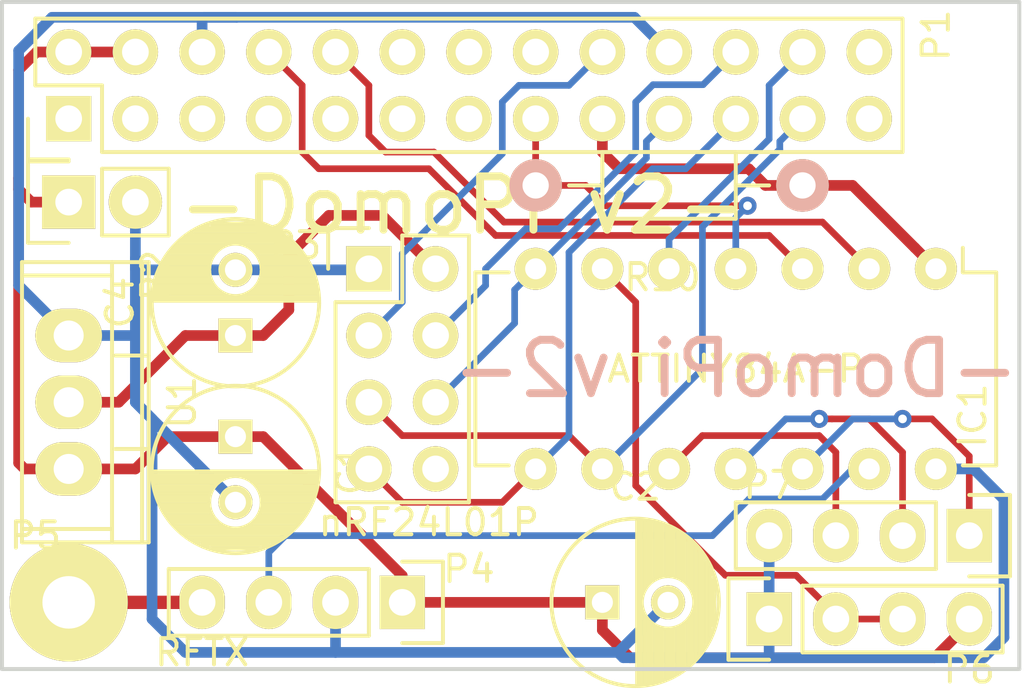
<source format=kicad_pcb>
(kicad_pcb (version 4) (host pcbnew 4.0.2+dfsg1-2~bpo8+1-stable)

  (general
    (links 42)
    (no_connects 0)
    (area 66.841 25.230285 108.667572 53.689)
    (thickness 1.6)
    (drawings 6)
    (tracks 183)
    (zones 0)
    (modules 13)
    (nets 20)
  )

  (page A4)
  (layers
    (0 Top signal)
    (31 Bottom signal)
    (36 B.SilkS user)
    (37 F.SilkS user hide)
    (38 B.Mask user)
    (39 F.Mask user)
    (42 Eco1.User user hide)
    (43 Eco2.User user hide)
    (44 Edge.Cuts user)
    (48 B.Fab user hide)
    (49 F.Fab user hide)
  )

  (setup
    (last_trace_width 0.254)
    (trace_clearance 0.1524)
    (zone_clearance 0.508)
    (zone_45_only no)
    (trace_min 0.1524)
    (segment_width 0.2)
    (edge_width 0.15)
    (via_size 0.6858)
    (via_drill 0.3302)
    (via_min_size 0.6858)
    (via_min_drill 0.3302)
    (uvia_size 0.762)
    (uvia_drill 0.508)
    (uvias_allowed no)
    (uvia_min_size 0)
    (uvia_min_drill 0)
    (pcb_text_width 0.3)
    (pcb_text_size 1.5 1.5)
    (mod_edge_width 0.15)
    (mod_text_size 1 1)
    (mod_text_width 0.15)
    (pad_size 3 3)
    (pad_drill 2)
    (pad_to_mask_clearance 0.2)
    (aux_axis_origin 0 0)
    (visible_elements FFFFFF7F)
    (pcbplotparams
      (layerselection 0x010f0_80000001)
      (usegerberextensions true)
      (excludeedgelayer true)
      (linewidth 0.100000)
      (plotframeref false)
      (viasonmask false)
      (mode 1)
      (useauxorigin false)
      (hpglpennumber 1)
      (hpglpenspeed 20)
      (hpglpendiameter 15)
      (hpglpenoverlay 2)
      (psnegative false)
      (psa4output false)
      (plotreference true)
      (plotvalue true)
      (plotinvisibletext false)
      (padsonsilk false)
      (subtractmaskfromsilk false)
      (outputformat 1)
      (mirror false)
      (drillshape 0)
      (scaleselection 1)
      (outputdirectory ""))
  )

  (net 0 "")
  (net 1 GND)
  (net 2 +3V3)
  (net 3 +5V)
  (net 4 CE)
  (net 5 SS0)
  (net 6 SCK)
  (net 7 MOSI)
  (net 8 MISO)
  (net 9 /RF433-OUT)
  (net 10 Tiny-RESET)
  (net 11 TX)
  (net 12 SS1)
  (net 13 RX)
  (net 14 /ADC3)
  (net 15 /ADC2)
  (net 16 /ADC1)
  (net 17 /ANT)
  (net 18 /NRF-VCC)
  (net 19 /RF433-IN)

  (net_class Default "This is the default net class."
    (clearance 0.1524)
    (trace_width 0.254)
    (via_dia 0.6858)
    (via_drill 0.3302)
    (uvia_dia 0.762)
    (uvia_drill 0.508)
    (add_net /ADC1)
    (add_net /ADC2)
    (add_net /ADC3)
    (add_net /RF433-IN)
    (add_net /RF433-OUT)
    (add_net CE)
    (add_net MISO)
    (add_net MOSI)
    (add_net RX)
    (add_net SCK)
    (add_net SS0)
    (add_net SS1)
    (add_net TX)
    (add_net Tiny-RESET)
  )

  (net_class ANT ""
    (clearance 0.254)
    (trace_width 0.508)
    (via_dia 0.6858)
    (via_drill 0.3302)
    (uvia_dia 0.762)
    (uvia_drill 0.508)
    (add_net /ANT)
  )

  (net_class Power ""
    (clearance 0.254)
    (trace_width 0.4064)
    (via_dia 0.6858)
    (via_drill 0.3302)
    (uvia_dia 0.762)
    (uvia_drill 0.508)
    (add_net +3V3)
    (add_net +5V)
    (add_net /NRF-VCC)
    (add_net GND)
  )

  (module Capacitors_ThroughHole:C_Radial_D6.3_L11.2_P2.5 (layer Top) (tedit 0) (tstamp 56F5415F)
    (at 77.47 41.95 270)
    (descr "Radial Electrolytic Capacitor, Diameter 6.3mm x Length 11.2mm, Pitch 2.5mm")
    (tags "Electrolytic Capacitor")
    (path /56F554DF)
    (fp_text reference C1 (at 1.25 -4.4 270) (layer F.SilkS)
      (effects (font (size 1 1) (thickness 0.15)))
    )
    (fp_text value 0.47u (at 1.25 4.4 270) (layer F.Fab)
      (effects (font (size 1 1) (thickness 0.15)))
    )
    (fp_line (start 1.325 -3.149) (end 1.325 3.149) (layer F.SilkS) (width 0.15))
    (fp_line (start 1.465 -3.143) (end 1.465 3.143) (layer F.SilkS) (width 0.15))
    (fp_line (start 1.605 -3.13) (end 1.605 -0.446) (layer F.SilkS) (width 0.15))
    (fp_line (start 1.605 0.446) (end 1.605 3.13) (layer F.SilkS) (width 0.15))
    (fp_line (start 1.745 -3.111) (end 1.745 -0.656) (layer F.SilkS) (width 0.15))
    (fp_line (start 1.745 0.656) (end 1.745 3.111) (layer F.SilkS) (width 0.15))
    (fp_line (start 1.885 -3.085) (end 1.885 -0.789) (layer F.SilkS) (width 0.15))
    (fp_line (start 1.885 0.789) (end 1.885 3.085) (layer F.SilkS) (width 0.15))
    (fp_line (start 2.025 -3.053) (end 2.025 -0.88) (layer F.SilkS) (width 0.15))
    (fp_line (start 2.025 0.88) (end 2.025 3.053) (layer F.SilkS) (width 0.15))
    (fp_line (start 2.165 -3.014) (end 2.165 -0.942) (layer F.SilkS) (width 0.15))
    (fp_line (start 2.165 0.942) (end 2.165 3.014) (layer F.SilkS) (width 0.15))
    (fp_line (start 2.305 -2.968) (end 2.305 -0.981) (layer F.SilkS) (width 0.15))
    (fp_line (start 2.305 0.981) (end 2.305 2.968) (layer F.SilkS) (width 0.15))
    (fp_line (start 2.445 -2.915) (end 2.445 -0.998) (layer F.SilkS) (width 0.15))
    (fp_line (start 2.445 0.998) (end 2.445 2.915) (layer F.SilkS) (width 0.15))
    (fp_line (start 2.585 -2.853) (end 2.585 -0.996) (layer F.SilkS) (width 0.15))
    (fp_line (start 2.585 0.996) (end 2.585 2.853) (layer F.SilkS) (width 0.15))
    (fp_line (start 2.725 -2.783) (end 2.725 -0.974) (layer F.SilkS) (width 0.15))
    (fp_line (start 2.725 0.974) (end 2.725 2.783) (layer F.SilkS) (width 0.15))
    (fp_line (start 2.865 -2.704) (end 2.865 -0.931) (layer F.SilkS) (width 0.15))
    (fp_line (start 2.865 0.931) (end 2.865 2.704) (layer F.SilkS) (width 0.15))
    (fp_line (start 3.005 -2.616) (end 3.005 -0.863) (layer F.SilkS) (width 0.15))
    (fp_line (start 3.005 0.863) (end 3.005 2.616) (layer F.SilkS) (width 0.15))
    (fp_line (start 3.145 -2.516) (end 3.145 -0.764) (layer F.SilkS) (width 0.15))
    (fp_line (start 3.145 0.764) (end 3.145 2.516) (layer F.SilkS) (width 0.15))
    (fp_line (start 3.285 -2.404) (end 3.285 -0.619) (layer F.SilkS) (width 0.15))
    (fp_line (start 3.285 0.619) (end 3.285 2.404) (layer F.SilkS) (width 0.15))
    (fp_line (start 3.425 -2.279) (end 3.425 -0.38) (layer F.SilkS) (width 0.15))
    (fp_line (start 3.425 0.38) (end 3.425 2.279) (layer F.SilkS) (width 0.15))
    (fp_line (start 3.565 -2.136) (end 3.565 2.136) (layer F.SilkS) (width 0.15))
    (fp_line (start 3.705 -1.974) (end 3.705 1.974) (layer F.SilkS) (width 0.15))
    (fp_line (start 3.845 -1.786) (end 3.845 1.786) (layer F.SilkS) (width 0.15))
    (fp_line (start 3.985 -1.563) (end 3.985 1.563) (layer F.SilkS) (width 0.15))
    (fp_line (start 4.125 -1.287) (end 4.125 1.287) (layer F.SilkS) (width 0.15))
    (fp_line (start 4.265 -0.912) (end 4.265 0.912) (layer F.SilkS) (width 0.15))
    (fp_circle (center 2.5 0) (end 2.5 -1) (layer F.SilkS) (width 0.15))
    (fp_circle (center 1.25 0) (end 1.25 -3.1875) (layer F.SilkS) (width 0.15))
    (fp_circle (center 1.25 0) (end 1.25 -3.4) (layer F.CrtYd) (width 0.05))
    (pad 2 thru_hole circle (at 2.5 0 270) (size 1.3 1.3) (drill 0.8) (layers *.Cu *.Mask F.SilkS)
      (net 1 GND))
    (pad 1 thru_hole rect (at 0 0 270) (size 1.3 1.3) (drill 0.8) (layers *.Cu *.Mask F.SilkS)
      (net 3 +5V))
    (model Capacitors_ThroughHole.3dshapes/C_Radial_D6.3_L11.2_P2.5.wrl
      (at (xyz 0 0 0))
      (scale (xyz 1 1 1))
      (rotate (xyz 0 0 0))
    )
  )

  (module Socket_Strips:Socket_Strip_Straight_1x04 (layer Top) (tedit 56FA76BD) (tstamp 560BFC1B)
    (at 83.82 48.26 180)
    (descr "Through hole socket strip")
    (tags "socket strip")
    (path /560D0649)
    (fp_text reference P4 (at -2.54 1.27 180) (layer F.SilkS)
      (effects (font (size 1 1) (thickness 0.15)))
    )
    (fp_text value RFTX (at 7.62 -1.905 180) (layer F.SilkS)
      (effects (font (size 1 1) (thickness 0.15)))
    )
    (fp_line (start -1.75 -1.75) (end -1.75 1.75) (layer F.CrtYd) (width 0.05))
    (fp_line (start 9.4 -1.75) (end 9.4 1.75) (layer F.CrtYd) (width 0.05))
    (fp_line (start -1.75 -1.75) (end 9.4 -1.75) (layer F.CrtYd) (width 0.05))
    (fp_line (start -1.75 1.75) (end 9.4 1.75) (layer F.CrtYd) (width 0.05))
    (fp_line (start 1.27 -1.27) (end 8.89 -1.27) (layer F.SilkS) (width 0.15))
    (fp_line (start 1.27 1.27) (end 8.89 1.27) (layer F.SilkS) (width 0.15))
    (fp_line (start -1.55 1.55) (end 0 1.55) (layer F.SilkS) (width 0.15))
    (fp_line (start 8.89 -1.27) (end 8.89 1.27) (layer F.SilkS) (width 0.15))
    (fp_line (start 1.27 1.27) (end 1.27 -1.27) (layer F.SilkS) (width 0.15))
    (fp_line (start 0 -1.55) (end -1.55 -1.55) (layer F.SilkS) (width 0.15))
    (fp_line (start -1.55 -1.55) (end -1.55 1.55) (layer F.SilkS) (width 0.15))
    (pad 1 thru_hole rect (at 0 0 180) (size 1.7272 2.032) (drill 1.016) (layers *.Cu *.Mask F.SilkS)
      (net 3 +5V))
    (pad 2 thru_hole oval (at 2.54 0 180) (size 1.7272 2.032) (drill 1.016) (layers *.Cu *.Mask F.SilkS)
      (net 1 GND))
    (pad 3 thru_hole oval (at 5.08 0 180) (size 1.7272 2.032) (drill 1.016) (layers *.Cu *.Mask F.SilkS)
      (net 9 /RF433-OUT))
    (pad 4 thru_hole oval (at 7.62 0 180) (size 1.7272 2.032) (drill 1.016) (layers *.Cu *.Mask F.SilkS)
      (net 17 /ANT))
    (model Socket_Strips.3dshapes/Socket_Strip_Straight_1x04.wrl
      (at (xyz 0.15 0 0))
      (scale (xyz 1 1 1))
      (rotate (xyz 0 0 180))
    )
  )

  (module Socket_Strips:Socket_Strip_Straight_1x04 (layer Top) (tedit 0) (tstamp 56FA5072)
    (at 97.79 48.895)
    (descr "Through hole socket strip")
    (tags "socket strip")
    (path /56FA5F1D)
    (fp_text reference P7 (at 0 -5.1) (layer F.SilkS)
      (effects (font (size 1 1) (thickness 0.15)))
    )
    (fp_text value RFRX (at 0 -3.1) (layer F.Fab)
      (effects (font (size 1 1) (thickness 0.15)))
    )
    (fp_line (start -1.75 -1.75) (end -1.75 1.75) (layer F.CrtYd) (width 0.05))
    (fp_line (start 9.4 -1.75) (end 9.4 1.75) (layer F.CrtYd) (width 0.05))
    (fp_line (start -1.75 -1.75) (end 9.4 -1.75) (layer F.CrtYd) (width 0.05))
    (fp_line (start -1.75 1.75) (end 9.4 1.75) (layer F.CrtYd) (width 0.05))
    (fp_line (start 1.27 -1.27) (end 8.89 -1.27) (layer F.SilkS) (width 0.15))
    (fp_line (start 1.27 1.27) (end 8.89 1.27) (layer F.SilkS) (width 0.15))
    (fp_line (start -1.55 1.55) (end 0 1.55) (layer F.SilkS) (width 0.15))
    (fp_line (start 8.89 -1.27) (end 8.89 1.27) (layer F.SilkS) (width 0.15))
    (fp_line (start 1.27 1.27) (end 1.27 -1.27) (layer F.SilkS) (width 0.15))
    (fp_line (start 0 -1.55) (end -1.55 -1.55) (layer F.SilkS) (width 0.15))
    (fp_line (start -1.55 -1.55) (end -1.55 1.55) (layer F.SilkS) (width 0.15))
    (pad 1 thru_hole rect (at 0 0) (size 1.7272 2.032) (drill 1.016) (layers *.Cu *.Mask F.SilkS)
      (net 1 GND))
    (pad 2 thru_hole oval (at 2.54 0) (size 1.7272 2.032) (drill 1.016) (layers *.Cu *.Mask F.SilkS)
      (net 19 /RF433-IN))
    (pad 3 thru_hole oval (at 5.08 0) (size 1.7272 2.032) (drill 1.016) (layers *.Cu *.Mask F.SilkS)
      (net 19 /RF433-IN))
    (pad 4 thru_hole oval (at 7.62 0) (size 1.7272 2.032) (drill 1.016) (layers *.Cu *.Mask F.SilkS)
      (net 3 +5V))
    (model Socket_Strips.3dshapes/Socket_Strip_Straight_1x04.wrl
      (at (xyz 0.15 0 0))
      (scale (xyz 1 1 1))
      (rotate (xyz 0 0 180))
    )
  )

  (module Housings_DIP:DIP-14_W7.62mm (layer Top) (tedit 560CF929) (tstamp 560BE100)
    (at 104.14 35.56 270)
    (descr "14-lead dip package, row spacing 7.62 mm (300 mils)")
    (tags "dil dip 2.54 300")
    (path /560BE23A)
    (fp_text reference IC1 (at 5.588 -1.397 270) (layer F.SilkS)
      (effects (font (size 1 1) (thickness 0.15)))
    )
    (fp_text value ATTINY84A-P (at 3.81 7.62 360) (layer F.SilkS)
      (effects (font (size 1 1) (thickness 0.15)))
    )
    (fp_line (start -1.05 -2.45) (end -1.05 17.7) (layer F.CrtYd) (width 0.05))
    (fp_line (start 8.65 -2.45) (end 8.65 17.7) (layer F.CrtYd) (width 0.05))
    (fp_line (start -1.05 -2.45) (end 8.65 -2.45) (layer F.CrtYd) (width 0.05))
    (fp_line (start -1.05 17.7) (end 8.65 17.7) (layer F.CrtYd) (width 0.05))
    (fp_line (start 0.135 -2.295) (end 0.135 -1.025) (layer F.SilkS) (width 0.15))
    (fp_line (start 7.485 -2.295) (end 7.485 -1.025) (layer F.SilkS) (width 0.15))
    (fp_line (start 7.485 17.535) (end 7.485 16.265) (layer F.SilkS) (width 0.15))
    (fp_line (start 0.135 17.535) (end 0.135 16.265) (layer F.SilkS) (width 0.15))
    (fp_line (start 0.135 -2.295) (end 7.485 -2.295) (layer F.SilkS) (width 0.15))
    (fp_line (start 0.135 17.535) (end 7.485 17.535) (layer F.SilkS) (width 0.15))
    (fp_line (start 0.135 -1.025) (end -0.8 -1.025) (layer F.SilkS) (width 0.15))
    (pad 1 thru_hole oval (at 0 0 270) (size 1.6 1.6) (drill 0.8) (layers *.Cu *.Mask F.SilkS)
      (net 2 +3V3))
    (pad 2 thru_hole oval (at 0 2.54 270) (size 1.6 1.6) (drill 0.8) (layers *.Cu *.Mask F.SilkS)
      (net 13 RX))
    (pad 3 thru_hole oval (at 0 5.08 270) (size 1.6 1.6) (drill 0.8) (layers *.Cu *.Mask F.SilkS)
      (net 11 TX))
    (pad 4 thru_hole oval (at 0 7.62 270) (size 1.6 1.6) (drill 0.8) (layers *.Cu *.Mask F.SilkS)
      (net 10 Tiny-RESET))
    (pad 5 thru_hole oval (at 0 10.16 270) (size 1.6 1.6) (drill 0.8) (layers *.Cu *.Mask F.SilkS)
      (net 12 SS1))
    (pad 6 thru_hole oval (at 0 12.7 270) (size 1.6 1.6) (drill 0.8) (layers *.Cu *.Mask F.SilkS)
      (net 19 /RF433-IN))
    (pad 7 thru_hole oval (at 0 15.24 270) (size 1.6 1.6) (drill 0.8) (layers *.Cu *.Mask F.SilkS)
      (net 7 MOSI))
    (pad 8 thru_hole oval (at 7.62 15.24 270) (size 1.6 1.6) (drill 0.8) (layers *.Cu *.Mask F.SilkS)
      (net 8 MISO))
    (pad 9 thru_hole oval (at 7.62 12.7 270) (size 1.6 1.6) (drill 0.8) (layers *.Cu *.Mask F.SilkS)
      (net 6 SCK))
    (pad 10 thru_hole oval (at 7.62 10.16 270) (size 1.6 1.6) (drill 0.8) (layers *.Cu *.Mask F.SilkS)
      (net 14 /ADC3))
    (pad 11 thru_hole oval (at 7.62 7.62 270) (size 1.6 1.6) (drill 0.8) (layers *.Cu *.Mask F.SilkS)
      (net 15 /ADC2))
    (pad 12 thru_hole oval (at 7.62 5.08 270) (size 1.6 1.6) (drill 0.8) (layers *.Cu *.Mask F.SilkS)
      (net 16 /ADC1))
    (pad 13 thru_hole oval (at 7.62 2.54 270) (size 1.6 1.6) (drill 0.8) (layers *.Cu *.Mask F.SilkS)
      (net 9 /RF433-OUT))
    (pad 14 thru_hole oval (at 7.62 0 270) (size 1.6 1.6) (drill 0.8) (layers *.Cu *.Mask F.SilkS)
      (net 1 GND))
    (model Housings_DIP.3dshapes/DIP-14_W7.62mm.wrl
      (at (xyz 0 0 0))
      (scale (xyz 1 1 1))
      (rotate (xyz 0 0 0))
    )
  )

  (module Pin_Headers:Pin_Header_Straight_1x02 (layer Top) (tedit 560CF25E) (tstamp 560BDFE5)
    (at 71.12 33.02 90)
    (descr "Through hole pin header")
    (tags "pin header")
    (path /560C2BF5)
    (fp_text reference P2 (at -2.794 3.302 90) (layer F.SilkS)
      (effects (font (size 1 1) (thickness 0.15)))
    )
    (fp_text value CONN_01X02 (at 0 -3.1 90) (layer F.Fab) hide
      (effects (font (size 1 1) (thickness 0.15)))
    )
    (fp_line (start 1.27 1.27) (end 1.27 3.81) (layer F.SilkS) (width 0.15))
    (fp_line (start 1.55 -1.55) (end 1.55 0) (layer F.SilkS) (width 0.15))
    (fp_line (start -1.75 -1.75) (end -1.75 4.3) (layer F.CrtYd) (width 0.05))
    (fp_line (start 1.75 -1.75) (end 1.75 4.3) (layer F.CrtYd) (width 0.05))
    (fp_line (start -1.75 -1.75) (end 1.75 -1.75) (layer F.CrtYd) (width 0.05))
    (fp_line (start -1.75 4.3) (end 1.75 4.3) (layer F.CrtYd) (width 0.05))
    (fp_line (start 1.27 1.27) (end -1.27 1.27) (layer F.SilkS) (width 0.15))
    (fp_line (start -1.55 0) (end -1.55 -1.55) (layer F.SilkS) (width 0.15))
    (fp_line (start -1.55 -1.55) (end 1.55 -1.55) (layer F.SilkS) (width 0.15))
    (fp_line (start -1.27 1.27) (end -1.27 3.81) (layer F.SilkS) (width 0.15))
    (fp_line (start -1.27 3.81) (end 1.27 3.81) (layer F.SilkS) (width 0.15))
    (pad 1 thru_hole rect (at 0 0 90) (size 2.032 2.032) (drill 1.016) (layers *.Cu *.Mask F.SilkS)
      (net 3 +5V))
    (pad 2 thru_hole oval (at 0 2.54 90) (size 2.032 2.032) (drill 1.016) (layers *.Cu *.Mask F.SilkS)
      (net 1 GND))
    (model Pin_Headers.3dshapes/Pin_Header_Straight_1x02.wrl
      (at (xyz 0 -0.05 0))
      (scale (xyz 1 1 1))
      (rotate (xyz 0 0 90))
    )
  )

  (module Pin_Headers:Pin_Header_Straight_2x04 (layer Top) (tedit 560CF95F) (tstamp 560BFE6B)
    (at 82.55 35.56)
    (descr "Through hole pin header")
    (tags "pin header")
    (path /560BE537)
    (fp_text reference P3 (at -2.794 -0.889) (layer F.SilkS)
      (effects (font (size 1 1) (thickness 0.15)))
    )
    (fp_text value nRF24L01P (at 2.286 9.652) (layer F.SilkS)
      (effects (font (size 1 1) (thickness 0.15)))
    )
    (fp_line (start -1.75 -1.75) (end -1.75 9.4) (layer F.CrtYd) (width 0.05))
    (fp_line (start 4.3 -1.75) (end 4.3 9.4) (layer F.CrtYd) (width 0.05))
    (fp_line (start -1.75 -1.75) (end 4.3 -1.75) (layer F.CrtYd) (width 0.05))
    (fp_line (start -1.75 9.4) (end 4.3 9.4) (layer F.CrtYd) (width 0.05))
    (fp_line (start -1.27 1.27) (end -1.27 8.89) (layer F.SilkS) (width 0.15))
    (fp_line (start -1.27 8.89) (end 3.81 8.89) (layer F.SilkS) (width 0.15))
    (fp_line (start 3.81 8.89) (end 3.81 -1.27) (layer F.SilkS) (width 0.15))
    (fp_line (start 3.81 -1.27) (end 1.27 -1.27) (layer F.SilkS) (width 0.15))
    (fp_line (start 0 -1.55) (end -1.55 -1.55) (layer F.SilkS) (width 0.15))
    (fp_line (start 1.27 -1.27) (end 1.27 1.27) (layer F.SilkS) (width 0.15))
    (fp_line (start 1.27 1.27) (end -1.27 1.27) (layer F.SilkS) (width 0.15))
    (fp_line (start -1.55 -1.55) (end -1.55 0) (layer F.SilkS) (width 0.15))
    (pad 1 thru_hole rect (at 0 0) (size 1.7272 1.7272) (drill 1.016) (layers *.Cu *.Mask F.SilkS)
      (net 1 GND))
    (pad 2 thru_hole oval (at 2.54 0) (size 1.7272 1.7272) (drill 1.016) (layers *.Cu *.Mask F.SilkS)
      (net 18 /NRF-VCC))
    (pad 3 thru_hole oval (at 0 2.54) (size 1.7272 1.7272) (drill 1.016) (layers *.Cu *.Mask F.SilkS)
      (net 4 CE))
    (pad 4 thru_hole oval (at 2.54 2.54) (size 1.7272 1.7272) (drill 1.016) (layers *.Cu *.Mask F.SilkS)
      (net 5 SS0))
    (pad 5 thru_hole oval (at 0 5.08) (size 1.7272 1.7272) (drill 1.016) (layers *.Cu *.Mask F.SilkS)
      (net 6 SCK))
    (pad 6 thru_hole oval (at 2.54 5.08) (size 1.7272 1.7272) (drill 1.016) (layers *.Cu *.Mask F.SilkS)
      (net 7 MOSI))
    (pad 7 thru_hole oval (at 0 7.62) (size 1.7272 1.7272) (drill 1.016) (layers *.Cu *.Mask F.SilkS)
      (net 8 MISO))
    (pad 8 thru_hole oval (at 2.54 7.62) (size 1.7272 1.7272) (drill 1.016) (layers *.Cu *.Mask F.SilkS))
    (model Pin_Headers.3dshapes/Pin_Header_Straight_2x04.wrl
      (at (xyz 0.05 -0.15 0))
      (scale (xyz 1 1 1))
      (rotate (xyz 0 0 90))
    )
  )

  (module Wire_Pads:SolderWirePad_single_2mmDrill (layer Top) (tedit 56FA76CA) (tstamp 56B89E15)
    (at 71.12 48.26)
    (path /560D11E1)
    (fp_text reference P5 (at -1.27 -2.54) (layer F.SilkS)
      (effects (font (size 1 1) (thickness 0.15)))
    )
    (fp_text value ANT (at -0.635 3.81) (layer F.Fab)
      (effects (font (size 1 1) (thickness 0.15)))
    )
    (pad 1 thru_hole circle (at 0 0) (size 4.50088 4.50088) (drill 1.99898) (layers *.Cu *.Mask F.SilkS)
      (net 17 /ANT))
  )

  (module Capacitors_ThroughHole:C_Radial_D6.3_L11.2_P2.5 (layer Top) (tedit 0) (tstamp 56F54165)
    (at 77.47 38.1 90)
    (descr "Radial Electrolytic Capacitor, Diameter 6.3mm x Length 11.2mm, Pitch 2.5mm")
    (tags "Electrolytic Capacitor")
    (path /560D0C56)
    (fp_text reference C4 (at 1.25 -4.4 90) (layer F.SilkS)
      (effects (font (size 1 1) (thickness 0.15)))
    )
    (fp_text value 33u (at 1.25 4.4 90) (layer F.Fab)
      (effects (font (size 1 1) (thickness 0.15)))
    )
    (fp_line (start 1.325 -3.149) (end 1.325 3.149) (layer F.SilkS) (width 0.15))
    (fp_line (start 1.465 -3.143) (end 1.465 3.143) (layer F.SilkS) (width 0.15))
    (fp_line (start 1.605 -3.13) (end 1.605 -0.446) (layer F.SilkS) (width 0.15))
    (fp_line (start 1.605 0.446) (end 1.605 3.13) (layer F.SilkS) (width 0.15))
    (fp_line (start 1.745 -3.111) (end 1.745 -0.656) (layer F.SilkS) (width 0.15))
    (fp_line (start 1.745 0.656) (end 1.745 3.111) (layer F.SilkS) (width 0.15))
    (fp_line (start 1.885 -3.085) (end 1.885 -0.789) (layer F.SilkS) (width 0.15))
    (fp_line (start 1.885 0.789) (end 1.885 3.085) (layer F.SilkS) (width 0.15))
    (fp_line (start 2.025 -3.053) (end 2.025 -0.88) (layer F.SilkS) (width 0.15))
    (fp_line (start 2.025 0.88) (end 2.025 3.053) (layer F.SilkS) (width 0.15))
    (fp_line (start 2.165 -3.014) (end 2.165 -0.942) (layer F.SilkS) (width 0.15))
    (fp_line (start 2.165 0.942) (end 2.165 3.014) (layer F.SilkS) (width 0.15))
    (fp_line (start 2.305 -2.968) (end 2.305 -0.981) (layer F.SilkS) (width 0.15))
    (fp_line (start 2.305 0.981) (end 2.305 2.968) (layer F.SilkS) (width 0.15))
    (fp_line (start 2.445 -2.915) (end 2.445 -0.998) (layer F.SilkS) (width 0.15))
    (fp_line (start 2.445 0.998) (end 2.445 2.915) (layer F.SilkS) (width 0.15))
    (fp_line (start 2.585 -2.853) (end 2.585 -0.996) (layer F.SilkS) (width 0.15))
    (fp_line (start 2.585 0.996) (end 2.585 2.853) (layer F.SilkS) (width 0.15))
    (fp_line (start 2.725 -2.783) (end 2.725 -0.974) (layer F.SilkS) (width 0.15))
    (fp_line (start 2.725 0.974) (end 2.725 2.783) (layer F.SilkS) (width 0.15))
    (fp_line (start 2.865 -2.704) (end 2.865 -0.931) (layer F.SilkS) (width 0.15))
    (fp_line (start 2.865 0.931) (end 2.865 2.704) (layer F.SilkS) (width 0.15))
    (fp_line (start 3.005 -2.616) (end 3.005 -0.863) (layer F.SilkS) (width 0.15))
    (fp_line (start 3.005 0.863) (end 3.005 2.616) (layer F.SilkS) (width 0.15))
    (fp_line (start 3.145 -2.516) (end 3.145 -0.764) (layer F.SilkS) (width 0.15))
    (fp_line (start 3.145 0.764) (end 3.145 2.516) (layer F.SilkS) (width 0.15))
    (fp_line (start 3.285 -2.404) (end 3.285 -0.619) (layer F.SilkS) (width 0.15))
    (fp_line (start 3.285 0.619) (end 3.285 2.404) (layer F.SilkS) (width 0.15))
    (fp_line (start 3.425 -2.279) (end 3.425 -0.38) (layer F.SilkS) (width 0.15))
    (fp_line (start 3.425 0.38) (end 3.425 2.279) (layer F.SilkS) (width 0.15))
    (fp_line (start 3.565 -2.136) (end 3.565 2.136) (layer F.SilkS) (width 0.15))
    (fp_line (start 3.705 -1.974) (end 3.705 1.974) (layer F.SilkS) (width 0.15))
    (fp_line (start 3.845 -1.786) (end 3.845 1.786) (layer F.SilkS) (width 0.15))
    (fp_line (start 3.985 -1.563) (end 3.985 1.563) (layer F.SilkS) (width 0.15))
    (fp_line (start 4.125 -1.287) (end 4.125 1.287) (layer F.SilkS) (width 0.15))
    (fp_line (start 4.265 -0.912) (end 4.265 0.912) (layer F.SilkS) (width 0.15))
    (fp_circle (center 2.5 0) (end 2.5 -1) (layer F.SilkS) (width 0.15))
    (fp_circle (center 1.25 0) (end 1.25 -3.1875) (layer F.SilkS) (width 0.15))
    (fp_circle (center 1.25 0) (end 1.25 -3.4) (layer F.CrtYd) (width 0.05))
    (pad 2 thru_hole circle (at 2.5 0 90) (size 1.3 1.3) (drill 0.8) (layers *.Cu *.Mask F.SilkS)
      (net 1 GND))
    (pad 1 thru_hole rect (at 0 0 90) (size 1.3 1.3) (drill 0.8) (layers *.Cu *.Mask F.SilkS)
      (net 18 /NRF-VCC))
    (model Capacitors_ThroughHole.3dshapes/C_Radial_D6.3_L11.2_P2.5.wrl
      (at (xyz 0 0 0))
      (scale (xyz 1 1 1))
      (rotate (xyz 0 0 0))
    )
  )

  (module Power_Integrations:TO-220 (layer Top) (tedit 0) (tstamp 56F5418D)
    (at 71.12 40.64 270)
    (descr "Non Isolated JEDEC TO-220 Package")
    (tags "Power Integration YN Package")
    (path /56F54C12)
    (fp_text reference U1 (at 0 -4.318 270) (layer F.SilkS)
      (effects (font (size 1 1) (thickness 0.15)))
    )
    (fp_text value LM3940IT-3.3 (at 0 -4.318 270) (layer F.Fab)
      (effects (font (size 1 1) (thickness 0.15)))
    )
    (fp_line (start 4.826 -1.651) (end 4.826 1.778) (layer F.SilkS) (width 0.15))
    (fp_line (start -4.826 -1.651) (end -4.826 1.778) (layer F.SilkS) (width 0.15))
    (fp_line (start 5.334 -2.794) (end -5.334 -2.794) (layer F.SilkS) (width 0.15))
    (fp_line (start 1.778 -1.778) (end 1.778 -3.048) (layer F.SilkS) (width 0.15))
    (fp_line (start -1.778 -1.778) (end -1.778 -3.048) (layer F.SilkS) (width 0.15))
    (fp_line (start -5.334 -1.651) (end 5.334 -1.651) (layer F.SilkS) (width 0.15))
    (fp_line (start 5.334 1.778) (end -5.334 1.778) (layer F.SilkS) (width 0.15))
    (fp_line (start -5.334 -3.048) (end -5.334 1.778) (layer F.SilkS) (width 0.15))
    (fp_line (start 5.334 -3.048) (end 5.334 1.778) (layer F.SilkS) (width 0.15))
    (fp_line (start 5.334 -3.048) (end -5.334 -3.048) (layer F.SilkS) (width 0.15))
    (pad 2 thru_hole oval (at 0 0 270) (size 2.032 2.54) (drill 1.143) (layers *.Cu *.Mask F.SilkS)
      (net 18 /NRF-VCC))
    (pad 3 thru_hole oval (at 2.54 0 270) (size 2.032 2.54) (drill 1.143) (layers *.Cu *.Mask F.SilkS)
      (net 3 +5V))
    (pad 1 thru_hole oval (at -2.54 0 270) (size 2.032 2.54) (drill 1.143) (layers *.Cu *.Mask F.SilkS)
      (net 1 GND))
  )

  (module Capacitors_ThroughHole:C_Radial_D6.3_L11.2_P2.5 (layer Top) (tedit 0) (tstamp 56F54544)
    (at 91.44 48.26)
    (descr "Radial Electrolytic Capacitor, Diameter 6.3mm x Length 11.2mm, Pitch 2.5mm")
    (tags "Electrolytic Capacitor")
    (path /56F57B33)
    (fp_text reference C2 (at 1.25 -4.4) (layer F.SilkS)
      (effects (font (size 1 1) (thickness 0.15)))
    )
    (fp_text value 10u (at 1.25 4.4) (layer F.Fab)
      (effects (font (size 1 1) (thickness 0.15)))
    )
    (fp_line (start 1.325 -3.149) (end 1.325 3.149) (layer F.SilkS) (width 0.15))
    (fp_line (start 1.465 -3.143) (end 1.465 3.143) (layer F.SilkS) (width 0.15))
    (fp_line (start 1.605 -3.13) (end 1.605 -0.446) (layer F.SilkS) (width 0.15))
    (fp_line (start 1.605 0.446) (end 1.605 3.13) (layer F.SilkS) (width 0.15))
    (fp_line (start 1.745 -3.111) (end 1.745 -0.656) (layer F.SilkS) (width 0.15))
    (fp_line (start 1.745 0.656) (end 1.745 3.111) (layer F.SilkS) (width 0.15))
    (fp_line (start 1.885 -3.085) (end 1.885 -0.789) (layer F.SilkS) (width 0.15))
    (fp_line (start 1.885 0.789) (end 1.885 3.085) (layer F.SilkS) (width 0.15))
    (fp_line (start 2.025 -3.053) (end 2.025 -0.88) (layer F.SilkS) (width 0.15))
    (fp_line (start 2.025 0.88) (end 2.025 3.053) (layer F.SilkS) (width 0.15))
    (fp_line (start 2.165 -3.014) (end 2.165 -0.942) (layer F.SilkS) (width 0.15))
    (fp_line (start 2.165 0.942) (end 2.165 3.014) (layer F.SilkS) (width 0.15))
    (fp_line (start 2.305 -2.968) (end 2.305 -0.981) (layer F.SilkS) (width 0.15))
    (fp_line (start 2.305 0.981) (end 2.305 2.968) (layer F.SilkS) (width 0.15))
    (fp_line (start 2.445 -2.915) (end 2.445 -0.998) (layer F.SilkS) (width 0.15))
    (fp_line (start 2.445 0.998) (end 2.445 2.915) (layer F.SilkS) (width 0.15))
    (fp_line (start 2.585 -2.853) (end 2.585 -0.996) (layer F.SilkS) (width 0.15))
    (fp_line (start 2.585 0.996) (end 2.585 2.853) (layer F.SilkS) (width 0.15))
    (fp_line (start 2.725 -2.783) (end 2.725 -0.974) (layer F.SilkS) (width 0.15))
    (fp_line (start 2.725 0.974) (end 2.725 2.783) (layer F.SilkS) (width 0.15))
    (fp_line (start 2.865 -2.704) (end 2.865 -0.931) (layer F.SilkS) (width 0.15))
    (fp_line (start 2.865 0.931) (end 2.865 2.704) (layer F.SilkS) (width 0.15))
    (fp_line (start 3.005 -2.616) (end 3.005 -0.863) (layer F.SilkS) (width 0.15))
    (fp_line (start 3.005 0.863) (end 3.005 2.616) (layer F.SilkS) (width 0.15))
    (fp_line (start 3.145 -2.516) (end 3.145 -0.764) (layer F.SilkS) (width 0.15))
    (fp_line (start 3.145 0.764) (end 3.145 2.516) (layer F.SilkS) (width 0.15))
    (fp_line (start 3.285 -2.404) (end 3.285 -0.619) (layer F.SilkS) (width 0.15))
    (fp_line (start 3.285 0.619) (end 3.285 2.404) (layer F.SilkS) (width 0.15))
    (fp_line (start 3.425 -2.279) (end 3.425 -0.38) (layer F.SilkS) (width 0.15))
    (fp_line (start 3.425 0.38) (end 3.425 2.279) (layer F.SilkS) (width 0.15))
    (fp_line (start 3.565 -2.136) (end 3.565 2.136) (layer F.SilkS) (width 0.15))
    (fp_line (start 3.705 -1.974) (end 3.705 1.974) (layer F.SilkS) (width 0.15))
    (fp_line (start 3.845 -1.786) (end 3.845 1.786) (layer F.SilkS) (width 0.15))
    (fp_line (start 3.985 -1.563) (end 3.985 1.563) (layer F.SilkS) (width 0.15))
    (fp_line (start 4.125 -1.287) (end 4.125 1.287) (layer F.SilkS) (width 0.15))
    (fp_line (start 4.265 -0.912) (end 4.265 0.912) (layer F.SilkS) (width 0.15))
    (fp_circle (center 2.5 0) (end 2.5 -1) (layer F.SilkS) (width 0.15))
    (fp_circle (center 1.25 0) (end 1.25 -3.1875) (layer F.SilkS) (width 0.15))
    (fp_circle (center 1.25 0) (end 1.25 -3.4) (layer F.CrtYd) (width 0.05))
    (pad 2 thru_hole circle (at 2.5 0) (size 1.3 1.3) (drill 0.8) (layers *.Cu *.Mask F.SilkS)
      (net 1 GND))
    (pad 1 thru_hole rect (at 0 0) (size 1.3 1.3) (drill 0.8) (layers *.Cu *.Mask F.SilkS)
      (net 3 +5V))
    (model Capacitors_ThroughHole.3dshapes/C_Radial_D6.3_L11.2_P2.5.wrl
      (at (xyz 0 0 0))
      (scale (xyz 1 1 1))
      (rotate (xyz 0 0 0))
    )
  )

  (module Pin_Headers:Pin_Header_Straight_2x13 (layer Top) (tedit 0) (tstamp 56FA4436)
    (at 71.12 29.845 90)
    (descr "Through hole pin header")
    (tags "pin header")
    (path /56F54504)
    (fp_text reference P1 (at 3.175 33.02 90) (layer F.SilkS)
      (effects (font (size 1 1) (thickness 0.15)))
    )
    (fp_text value RASPBERRY (at 0 -3.1 90) (layer F.Fab)
      (effects (font (size 1 1) (thickness 0.15)))
    )
    (fp_line (start -1.75 -1.75) (end -1.75 32.25) (layer F.CrtYd) (width 0.05))
    (fp_line (start 4.3 -1.75) (end 4.3 32.25) (layer F.CrtYd) (width 0.05))
    (fp_line (start -1.75 -1.75) (end 4.3 -1.75) (layer F.CrtYd) (width 0.05))
    (fp_line (start -1.75 32.25) (end 4.3 32.25) (layer F.CrtYd) (width 0.05))
    (fp_line (start 3.81 -1.27) (end 3.81 31.75) (layer F.SilkS) (width 0.15))
    (fp_line (start -1.27 1.27) (end -1.27 31.75) (layer F.SilkS) (width 0.15))
    (fp_line (start 3.81 31.75) (end -1.27 31.75) (layer F.SilkS) (width 0.15))
    (fp_line (start 3.81 -1.27) (end 1.27 -1.27) (layer F.SilkS) (width 0.15))
    (fp_line (start 0 -1.55) (end -1.55 -1.55) (layer F.SilkS) (width 0.15))
    (fp_line (start 1.27 -1.27) (end 1.27 1.27) (layer F.SilkS) (width 0.15))
    (fp_line (start 1.27 1.27) (end -1.27 1.27) (layer F.SilkS) (width 0.15))
    (fp_line (start -1.55 -1.55) (end -1.55 0) (layer F.SilkS) (width 0.15))
    (pad 1 thru_hole rect (at 0 0 90) (size 1.7272 1.7272) (drill 1.016) (layers *.Cu *.Mask F.SilkS))
    (pad 2 thru_hole oval (at 2.54 0 90) (size 1.7272 1.7272) (drill 1.016) (layers *.Cu *.Mask F.SilkS)
      (net 3 +5V))
    (pad 3 thru_hole oval (at 0 2.54 90) (size 1.7272 1.7272) (drill 1.016) (layers *.Cu *.Mask F.SilkS))
    (pad 4 thru_hole oval (at 2.54 2.54 90) (size 1.7272 1.7272) (drill 1.016) (layers *.Cu *.Mask F.SilkS)
      (net 3 +5V))
    (pad 5 thru_hole oval (at 0 5.08 90) (size 1.7272 1.7272) (drill 1.016) (layers *.Cu *.Mask F.SilkS))
    (pad 6 thru_hole oval (at 2.54 5.08 90) (size 1.7272 1.7272) (drill 1.016) (layers *.Cu *.Mask F.SilkS)
      (net 1 GND))
    (pad 7 thru_hole oval (at 0 7.62 90) (size 1.7272 1.7272) (drill 1.016) (layers *.Cu *.Mask F.SilkS))
    (pad 8 thru_hole oval (at 2.54 7.62 90) (size 1.7272 1.7272) (drill 1.016) (layers *.Cu *.Mask F.SilkS)
      (net 11 TX))
    (pad 9 thru_hole oval (at 0 10.16 90) (size 1.7272 1.7272) (drill 1.016) (layers *.Cu *.Mask F.SilkS))
    (pad 10 thru_hole oval (at 2.54 10.16 90) (size 1.7272 1.7272) (drill 1.016) (layers *.Cu *.Mask F.SilkS)
      (net 13 RX))
    (pad 11 thru_hole oval (at 0 12.7 90) (size 1.7272 1.7272) (drill 1.016) (layers *.Cu *.Mask F.SilkS))
    (pad 12 thru_hole oval (at 2.54 12.7 90) (size 1.7272 1.7272) (drill 1.016) (layers *.Cu *.Mask F.SilkS))
    (pad 13 thru_hole oval (at 0 15.24 90) (size 1.7272 1.7272) (drill 1.016) (layers *.Cu *.Mask F.SilkS))
    (pad 14 thru_hole oval (at 2.54 15.24 90) (size 1.7272 1.7272) (drill 1.016) (layers *.Cu *.Mask F.SilkS))
    (pad 15 thru_hole oval (at 0 17.78 90) (size 1.7272 1.7272) (drill 1.016) (layers *.Cu *.Mask F.SilkS)
      (net 10 Tiny-RESET))
    (pad 16 thru_hole oval (at 2.54 17.78 90) (size 1.7272 1.7272) (drill 1.016) (layers *.Cu *.Mask F.SilkS))
    (pad 17 thru_hole oval (at 0 20.32 90) (size 1.7272 1.7272) (drill 1.016) (layers *.Cu *.Mask F.SilkS)
      (net 2 +3V3))
    (pad 18 thru_hole oval (at 2.54 20.32 90) (size 1.7272 1.7272) (drill 1.016) (layers *.Cu *.Mask F.SilkS)
      (net 4 CE))
    (pad 19 thru_hole oval (at 0 22.86 90) (size 1.7272 1.7272) (drill 1.016) (layers *.Cu *.Mask F.SilkS)
      (net 7 MOSI))
    (pad 20 thru_hole oval (at 2.54 22.86 90) (size 1.7272 1.7272) (drill 1.016) (layers *.Cu *.Mask F.SilkS)
      (net 1 GND))
    (pad 21 thru_hole oval (at 0 25.4 90) (size 1.7272 1.7272) (drill 1.016) (layers *.Cu *.Mask F.SilkS)
      (net 8 MISO))
    (pad 22 thru_hole oval (at 2.54 25.4 90) (size 1.7272 1.7272) (drill 1.016) (layers *.Cu *.Mask F.SilkS)
      (net 5 SS0))
    (pad 23 thru_hole oval (at 0 27.94 90) (size 1.7272 1.7272) (drill 1.016) (layers *.Cu *.Mask F.SilkS)
      (net 6 SCK))
    (pad 24 thru_hole oval (at 2.54 27.94 90) (size 1.7272 1.7272) (drill 1.016) (layers *.Cu *.Mask F.SilkS)
      (net 12 SS1))
    (pad 25 thru_hole oval (at 0 30.48 90) (size 1.7272 1.7272) (drill 1.016) (layers *.Cu *.Mask F.SilkS))
    (pad 26 thru_hole oval (at 2.54 30.48 90) (size 1.7272 1.7272) (drill 1.016) (layers *.Cu *.Mask F.SilkS))
    (model Pin_Headers.3dshapes/Pin_Header_Straight_2x13.wrl
      (at (xyz 0.05 -0.6 0))
      (scale (xyz 1 1 1))
      (rotate (xyz 0 0 90))
    )
  )

  (module Socket_Strips:Socket_Strip_Straight_1x04 (layer Top) (tedit 0) (tstamp 56FA52AB)
    (at 105.41 45.72 180)
    (descr "Through hole socket strip")
    (tags "socket strip")
    (path /560CF763)
    (fp_text reference P6 (at 0 -5.1 180) (layer F.SilkS)
      (effects (font (size 1 1) (thickness 0.15)))
    )
    (fp_text value Sensors (at 0 -3.1 180) (layer F.Fab)
      (effects (font (size 1 1) (thickness 0.15)))
    )
    (fp_line (start -1.75 -1.75) (end -1.75 1.75) (layer F.CrtYd) (width 0.05))
    (fp_line (start 9.4 -1.75) (end 9.4 1.75) (layer F.CrtYd) (width 0.05))
    (fp_line (start -1.75 -1.75) (end 9.4 -1.75) (layer F.CrtYd) (width 0.05))
    (fp_line (start -1.75 1.75) (end 9.4 1.75) (layer F.CrtYd) (width 0.05))
    (fp_line (start 1.27 -1.27) (end 8.89 -1.27) (layer F.SilkS) (width 0.15))
    (fp_line (start 1.27 1.27) (end 8.89 1.27) (layer F.SilkS) (width 0.15))
    (fp_line (start -1.55 1.55) (end 0 1.55) (layer F.SilkS) (width 0.15))
    (fp_line (start 8.89 -1.27) (end 8.89 1.27) (layer F.SilkS) (width 0.15))
    (fp_line (start 1.27 1.27) (end 1.27 -1.27) (layer F.SilkS) (width 0.15))
    (fp_line (start 0 -1.55) (end -1.55 -1.55) (layer F.SilkS) (width 0.15))
    (fp_line (start -1.55 -1.55) (end -1.55 1.55) (layer F.SilkS) (width 0.15))
    (pad 1 thru_hole rect (at 0 0 180) (size 1.7272 2.032) (drill 1.016) (layers *.Cu *.Mask F.SilkS)
      (net 16 /ADC1))
    (pad 2 thru_hole oval (at 2.54 0 180) (size 1.7272 2.032) (drill 1.016) (layers *.Cu *.Mask F.SilkS)
      (net 15 /ADC2))
    (pad 3 thru_hole oval (at 5.08 0 180) (size 1.7272 2.032) (drill 1.016) (layers *.Cu *.Mask F.SilkS)
      (net 14 /ADC3))
    (pad 4 thru_hole oval (at 7.62 0 180) (size 1.7272 2.032) (drill 1.016) (layers *.Cu *.Mask F.SilkS)
      (net 1 GND))
    (model Socket_Strips.3dshapes/Socket_Strip_Straight_1x04.wrl
      (at (xyz 0.15 0 0))
      (scale (xyz 1 1 1))
      (rotate (xyz 0 0 180))
    )
  )

  (module Resistors_ThroughHole:Resistor_Horizontal_RM10mm (layer Top) (tedit 56648415) (tstamp 56FA777B)
    (at 99.06 32.385 180)
    (descr "Resistor, Axial,  RM 10mm, 1/3W")
    (tags "Resistor Axial RM 10mm 1/3W")
    (path /560CAD51)
    (fp_text reference R10 (at 5.32892 -3.50012 180) (layer F.SilkS)
      (effects (font (size 1 1) (thickness 0.15)))
    )
    (fp_text value 4.7k (at 5.08 3.81 180) (layer F.Fab)
      (effects (font (size 1 1) (thickness 0.15)))
    )
    (fp_line (start -1.25 -1.5) (end 11.4 -1.5) (layer F.CrtYd) (width 0.05))
    (fp_line (start -1.25 1.5) (end -1.25 -1.5) (layer F.CrtYd) (width 0.05))
    (fp_line (start 11.4 -1.5) (end 11.4 1.5) (layer F.CrtYd) (width 0.05))
    (fp_line (start -1.25 1.5) (end 11.4 1.5) (layer F.CrtYd) (width 0.05))
    (fp_line (start 2.54 -1.27) (end 7.62 -1.27) (layer F.SilkS) (width 0.15))
    (fp_line (start 7.62 -1.27) (end 7.62 1.27) (layer F.SilkS) (width 0.15))
    (fp_line (start 7.62 1.27) (end 2.54 1.27) (layer F.SilkS) (width 0.15))
    (fp_line (start 2.54 1.27) (end 2.54 -1.27) (layer F.SilkS) (width 0.15))
    (fp_line (start 2.54 0) (end 1.27 0) (layer F.SilkS) (width 0.15))
    (fp_line (start 7.62 0) (end 8.89 0) (layer F.SilkS) (width 0.15))
    (pad 1 thru_hole circle (at 0 0 180) (size 1.99898 1.99898) (drill 1.00076) (layers *.Cu *.SilkS *.Mask)
      (net 2 +3V3))
    (pad 2 thru_hole circle (at 10.16 0 180) (size 1.99898 1.99898) (drill 1.00076) (layers *.Cu *.SilkS *.Mask)
      (net 10 Tiny-RESET))
    (model Resistors_ThroughHole.3dshapes/Resistor_Horizontal_RM10mm.wrl
      (at (xyz 0.2 0 0))
      (scale (xyz 0.4 0.4 0.4))
      (rotate (xyz 0 0 0))
    )
  )

  (gr_line (start 68.58 50.8) (end 68.58 25.4) (angle 90) (layer Edge.Cuts) (width 0.15))
  (gr_line (start 107.315 50.8) (end 68.58 50.8) (angle 90) (layer Edge.Cuts) (width 0.15))
  (gr_line (start 107.315 25.4) (end 107.315 50.8) (angle 90) (layer Edge.Cuts) (width 0.15))
  (gr_line (start 68.58 25.4) (end 107.315 25.4) (angle 90) (layer Edge.Cuts) (width 0.15))
  (gr_text "-DomoPi v2-" (at 96.52 39.37) (layer B.SilkS)
    (effects (font (size 2.032 2.032) (thickness 0.3)) (justify mirror))
  )
  (gr_text "-DomoPi v2-" (at 86.106 33.147) (layer F.SilkS)
    (effects (font (size 2.032 2.032) (thickness 0.3)))
  )

  (segment (start 92.035 50.165) (end 81.28 50.165) (width 0.4064) (layer Bottom) (net 1))
  (segment (start 81.28 50.165) (end 75.565 50.165) (width 0.4064) (layer Bottom) (net 1))
  (segment (start 81.28 48.26) (end 81.28 50.165) (width 0.4064) (layer Bottom) (net 1))
  (segment (start 75.565 50.165) (end 74.295 48.895) (width 0.4064) (layer Bottom) (net 1))
  (segment (start 74.295 48.895) (end 74.295 41.275) (width 0.4064) (layer Bottom) (net 1))
  (segment (start 74.295 41.275) (end 73.66 40.64) (width 0.4064) (layer Bottom) (net 1))
  (segment (start 105.957097 50.36821) (end 97.79 50.36821) (width 0.4064) (layer Bottom) (net 1))
  (segment (start 97.79 50.36821) (end 92.23821 50.36821) (width 0.4064) (layer Bottom) (net 1))
  (segment (start 97.79 48.895) (end 97.79 50.36821) (width 0.4064) (layer Bottom) (net 1) (status 10))
  (segment (start 104.14 43.18) (end 105.572562 43.18) (width 0.4064) (layer Bottom) (net 1) (status 10))
  (segment (start 105.572562 43.18) (end 106.730801 44.338239) (width 0.4064) (layer Bottom) (net 1))
  (segment (start 106.730801 44.338239) (end 106.730801 49.594506) (width 0.4064) (layer Bottom) (net 1))
  (segment (start 106.730801 49.594506) (end 105.957097 50.36821) (width 0.4064) (layer Bottom) (net 1))
  (segment (start 92.23821 50.36821) (end 92.035 50.165) (width 0.4064) (layer Bottom) (net 1))
  (segment (start 93.94 48.26) (end 92.035 50.165) (width 0.4064) (layer Bottom) (net 1) (status 10))
  (segment (start 97.79 48.895) (end 97.79 49.0474) (width 0.4064) (layer Bottom) (net 1) (status 30))
  (segment (start 97.155 48.26) (end 97.79 48.895) (width 0.4064) (layer Bottom) (net 1) (status 30))
  (segment (start 97.79 46.355) (end 97.79 48.895) (width 0.4064) (layer Bottom) (net 1) (status 30))
  (segment (start 73.66 33.02) (end 73.66 35.1536) (width 0.4064) (layer Bottom) (net 1) (status 10))
  (segment (start 73.66 38.1) (end 73.66 35.1536) (width 0.4064) (layer Bottom) (net 1))
  (segment (start 77.47 44.45) (end 73.66 40.64) (width 0.4064) (layer Bottom) (net 1) (status 10))
  (segment (start 73.66 40.64) (end 73.66 38.1) (width 0.4064) (layer Bottom) (net 1))
  (segment (start 73.66 38.1) (end 71.12 38.1) (width 0.4064) (layer Bottom) (net 1) (status 20))
  (segment (start 73.66 35.1536) (end 73.66 35.56) (width 0.4064) (layer Bottom) (net 1))
  (segment (start 73.66 35.56) (end 73.7 35.6) (width 0.4064) (layer Bottom) (net 1))
  (segment (start 73.7 35.6) (end 77.47 35.6) (width 0.4064) (layer Bottom) (net 1) (status 20))
  (segment (start 77.520801 25.984199) (end 76.250801 25.984199) (width 0.4064) (layer Bottom) (net 1))
  (segment (start 76.250801 25.984199) (end 76.2 26.035) (width 0.4064) (layer Bottom) (net 1))
  (segment (start 76.2 26.035) (end 76.2 27.305) (width 0.4064) (layer Bottom) (net 1) (status 20))
  (segment (start 71.12 38.1) (end 69.215 36.195) (width 0.4064) (layer Bottom) (net 1) (status 10))
  (segment (start 69.215 36.195) (end 69.215 27.255214) (width 0.4064) (layer Bottom) (net 1))
  (segment (start 69.215 27.255214) (end 70.486015 25.984199) (width 0.4064) (layer Bottom) (net 1))
  (segment (start 70.486015 25.984199) (end 77.520801 25.984199) (width 0.4064) (layer Bottom) (net 1))
  (segment (start 77.47 35.6) (end 82.51 35.6) (width 0.4064) (layer Bottom) (net 1) (status 30))
  (segment (start 81.28 48.26) (end 81.28 48.1076) (width 0.4064) (layer Top) (net 1) (status 30))
  (segment (start 82.51 35.6) (end 82.55 35.56) (width 0.4064) (layer Bottom) (net 1) (status 30))
  (segment (start 77.47 35.56) (end 77.47 35.6) (width 0.4064) (layer Bottom) (net 1) (status 30))
  (segment (start 93.98 27.305) (end 92.659199 25.984199) (width 0.4064) (layer Bottom) (net 1) (status 10))
  (segment (start 92.659199 25.984199) (end 77.520801 25.984199) (width 0.4064) (layer Bottom) (net 1))
  (segment (start 99.06 32.385) (end 100.965 32.385) (width 0.4064) (layer Top) (net 2))
  (segment (start 100.965 32.385) (end 103.340001 34.760001) (width 0.4064) (layer Top) (net 2))
  (segment (start 103.340001 34.760001) (end 104.14 35.56) (width 0.4064) (layer Top) (net 2))
  (segment (start 91.44 29.845) (end 91.44 31.115) (width 0.4064) (layer Top) (net 2) (status 10))
  (segment (start 91.44 31.115) (end 92.075 31.75) (width 0.4064) (layer Top) (net 2))
  (segment (start 92.075 31.75) (end 97.011508 31.75) (width 0.4064) (layer Top) (net 2))
  (segment (start 97.011508 31.75) (end 97.646508 32.385) (width 0.4064) (layer Top) (net 2))
  (segment (start 97.646508 32.385) (end 99.06 32.385) (width 0.4064) (layer Top) (net 2) (status 20))
  (segment (start 91.504198 29.845) (end 91.44 29.845) (width 0.4064) (layer Top) (net 2) (status 30))
  (segment (start 91.44 48.26) (end 91.44 49.3164) (width 0.4064) (layer Top) (net 3) (status 10))
  (segment (start 91.44 49.3164) (end 92.49181 50.36821) (width 0.4064) (layer Top) (net 3))
  (segment (start 105.41 49.0474) (end 105.41 48.895) (width 0.4064) (layer Top) (net 3) (status 30))
  (segment (start 92.49181 50.36821) (end 104.08919 50.36821) (width 0.4064) (layer Top) (net 3))
  (segment (start 104.08919 50.36821) (end 105.41 49.0474) (width 0.4064) (layer Top) (net 3) (status 20))
  (segment (start 105.41 48.895) (end 105.41 49.0474) (width 0.4064) (layer Bottom) (net 3) (status 30))
  (segment (start 83.82 47.2436) (end 83.82 48.26) (width 0.4064) (layer Top) (net 3) (status 20))
  (segment (start 78.5264 41.95) (end 83.82 47.2436) (width 0.4064) (layer Top) (net 3))
  (segment (start 77.47 41.95) (end 78.5264 41.95) (width 0.4064) (layer Top) (net 3) (status 10))
  (segment (start 83.82 48.26) (end 91.44 48.26) (width 0.4064) (layer Top) (net 3) (status 30))
  (segment (start 71.12 33.02) (end 69.6976 33.02) (width 0.4064) (layer Top) (net 3) (status 10))
  (segment (start 69.6976 33.02) (end 69.215 32.5374) (width 0.4064) (layer Top) (net 3))
  (segment (start 69.215 32.5374) (end 69.215 32.1056) (width 0.4064) (layer Top) (net 3))
  (segment (start 71.12 43.18) (end 69.4436 43.18) (width 0.4064) (layer Top) (net 3) (status 10))
  (segment (start 69.4436 43.18) (end 69.215 42.9514) (width 0.4064) (layer Top) (net 3))
  (segment (start 69.215 42.9514) (end 69.215 32.1056) (width 0.4064) (layer Top) (net 3))
  (segment (start 70.866 43.18) (end 71.12 43.18) (width 0.4064) (layer Top) (net 3) (status 30))
  (segment (start 74.89 41.95) (end 73.66 43.18) (width 0.4064) (layer Top) (net 3))
  (segment (start 73.66 43.18) (end 71.12 43.18) (width 0.4064) (layer Top) (net 3) (status 20))
  (segment (start 77.47 41.95) (end 74.89 41.95) (width 0.4064) (layer Top) (net 3) (status 10))
  (segment (start 71.12 27.305) (end 69.898686 27.305) (width 0.4064) (layer Top) (net 3) (status 10))
  (segment (start 69.898686 27.305) (end 69.215 27.988686) (width 0.4064) (layer Top) (net 3))
  (segment (start 69.215 27.988686) (end 69.215 32.1056) (width 0.4064) (layer Top) (net 3))
  (segment (start 77.43 41.91) (end 77.47 41.95) (width 0.4064) (layer Top) (net 3) (status 30))
  (segment (start 71.12 27.305) (end 73.66 27.305) (width 0.4064) (layer Top) (net 3) (status 30))
  (segment (start 91.44 27.305) (end 90.17 28.575) (width 0.254) (layer Bottom) (net 4))
  (segment (start 88.265 28.575) (end 87.63 29.21) (width 0.254) (layer Bottom) (net 4))
  (segment (start 90.17 28.575) (end 88.265 28.575) (width 0.254) (layer Bottom) (net 4))
  (segment (start 87.63 29.21) (end 87.63 31.17799) (width 0.254) (layer Bottom) (net 4))
  (segment (start 87.63 31.17799) (end 83.82 34.98799) (width 0.254) (layer Bottom) (net 4))
  (segment (start 83.82 34.98799) (end 83.82 36.83) (width 0.254) (layer Bottom) (net 4))
  (segment (start 83.82 36.83) (end 82.55 38.1) (width 0.254) (layer Bottom) (net 4))
  (segment (start 85.09 38.1) (end 86.995 36.195) (width 0.254) (layer Bottom) (net 5) (status 10))
  (segment (start 86.995 36.195) (end 86.995 35.56) (width 0.254) (layer Bottom) (net 5))
  (segment (start 86.995 35.56) (end 88.519 34.036) (width 0.254) (layer Bottom) (net 5))
  (segment (start 88.519 34.036) (end 89.789 34.036) (width 0.254) (layer Bottom) (net 5))
  (segment (start 93.370399 28.549601) (end 95.275399 28.549601) (width 0.254) (layer Bottom) (net 5))
  (segment (start 89.789 34.036) (end 92.71 31.115) (width 0.254) (layer Bottom) (net 5))
  (segment (start 92.71 29.21) (end 93.370399 28.549601) (width 0.254) (layer Bottom) (net 5))
  (segment (start 95.275399 28.549601) (end 96.52 27.305) (width 0.254) (layer Bottom) (net 5) (status 20))
  (segment (start 92.71 31.115) (end 92.71 29.21) (width 0.254) (layer Bottom) (net 5))
  (segment (start 95.25 39.37) (end 91.44 43.18) (width 0.254) (layer Bottom) (net 6) (status 20))
  (segment (start 99.06 29.845) (end 98.196401 30.708599) (width 0.254) (layer Bottom) (net 6) (status 10))
  (segment (start 98.196401 30.708599) (end 98.196401 31.01048) (width 0.254) (layer Bottom) (net 6))
  (segment (start 98.196401 31.01048) (end 95.25 33.956881) (width 0.254) (layer Bottom) (net 6))
  (segment (start 95.25 33.956881) (end 95.25 39.37) (width 0.254) (layer Bottom) (net 6))
  (segment (start 90.17 41.91) (end 83.82 41.91) (width 0.254) (layer Top) (net 6))
  (segment (start 83.82 41.91) (end 82.55 40.64) (width 0.254) (layer Top) (net 6) (status 20))
  (segment (start 91.44 43.18) (end 90.17 41.91) (width 0.254) (layer Top) (net 6) (status 10))
  (segment (start 93.116401 31.343599) (end 88.9 35.56) (width 0.254) (layer Bottom) (net 7) (status 20))
  (segment (start 93.98 29.845) (end 93.116401 30.708599) (width 0.254) (layer Bottom) (net 7) (status 10))
  (segment (start 93.116401 30.708599) (end 93.116401 31.343599) (width 0.254) (layer Bottom) (net 7))
  (segment (start 88.9 35.56) (end 88.100001 36.359999) (width 0.254) (layer Bottom) (net 7) (status 10))
  (segment (start 88.100001 36.359999) (end 88.100001 37.629999) (width 0.254) (layer Bottom) (net 7))
  (segment (start 88.100001 37.629999) (end 85.09 40.64) (width 0.254) (layer Bottom) (net 7) (status 20))
  (segment (start 88.9 35.306) (end 88.9 35.56) (width 0.254) (layer Bottom) (net 7) (status 30))
  (segment (start 90.17 41.91) (end 88.9 43.18) (width 0.254) (layer Bottom) (net 8) (status 20))
  (segment (start 90.17 34.931502) (end 90.17 41.91) (width 0.254) (layer Bottom) (net 8))
  (segment (start 94.615 31.75) (end 93.351502 31.75) (width 0.254) (layer Bottom) (net 8))
  (segment (start 96.52 29.845) (end 94.615 31.75) (width 0.254) (layer Bottom) (net 8) (status 10))
  (segment (start 93.351502 31.75) (end 90.17 34.931502) (width 0.254) (layer Bottom) (net 8))
  (segment (start 88.9 43.18) (end 87.63 44.45) (width 0.254) (layer Top) (net 8) (status 10))
  (segment (start 87.63 44.45) (end 83.82 44.45) (width 0.254) (layer Top) (net 8))
  (segment (start 83.82 44.45) (end 82.55 43.18) (width 0.254) (layer Top) (net 8) (status 20))
  (segment (start 78.74 48.26) (end 78.74 46.355) (width 0.254) (layer Bottom) (net 9))
  (segment (start 100.965 43.18) (end 101.6 43.18) (width 0.254) (layer Bottom) (net 9))
  (segment (start 78.74 46.355) (end 79.375 45.72) (width 0.254) (layer Bottom) (net 9))
  (segment (start 79.375 45.72) (end 95.631 45.72) (width 0.254) (layer Bottom) (net 9))
  (segment (start 95.631 45.72) (end 97.02801 44.32299) (width 0.254) (layer Bottom) (net 9))
  (segment (start 97.02801 44.32299) (end 99.82201 44.32299) (width 0.254) (layer Bottom) (net 9))
  (segment (start 99.82201 44.32299) (end 100.965 43.18) (width 0.254) (layer Bottom) (net 9))
  (segment (start 78.74 48.1076) (end 78.74 48.26) (width 0.254) (layer Bottom) (net 9) (status 30))
  (segment (start 88.9 32.385) (end 90.805 32.385) (width 0.254) (layer Top) (net 10))
  (segment (start 90.805 32.385) (end 91.57968 33.15968) (width 0.254) (layer Top) (net 10))
  (segment (start 91.57968 33.15968) (end 96.968209 33.15968) (width 0.254) (layer Top) (net 10))
  (segment (start 88.9 29.845) (end 88.9 32.385) (width 0.254) (layer Top) (net 10))
  (segment (start 96.52 33.607889) (end 96.968209 33.15968) (width 0.254) (layer Bottom) (net 10))
  (segment (start 96.52 35.56) (end 96.52 33.607889) (width 0.254) (layer Bottom) (net 10) (status 10))
  (via (at 96.968209 33.15968) (size 0.6858) (drill 0.3302) (layers Top Bottom) (net 10))
  (segment (start 99.06 35.56) (end 97.79 34.29) (width 0.254) (layer Top) (net 11))
  (segment (start 97.79 34.29) (end 87.376 34.29) (width 0.254) (layer Top) (net 11))
  (segment (start 84.836 31.75) (end 80.645 31.75) (width 0.254) (layer Top) (net 11))
  (segment (start 87.376 34.29) (end 84.836 31.75) (width 0.254) (layer Top) (net 11))
  (segment (start 80.645 31.75) (end 80.01 31.115) (width 0.254) (layer Top) (net 11))
  (segment (start 80.01 31.115) (end 80.01 28.575) (width 0.254) (layer Top) (net 11))
  (segment (start 80.01 28.575) (end 78.74 27.305) (width 0.254) (layer Top) (net 11))
  (segment (start 99.06 27.305) (end 97.79 28.575) (width 0.254) (layer Bottom) (net 12) (status 10))
  (segment (start 97.79 28.575) (end 97.79 30.61863) (width 0.254) (layer Bottom) (net 12))
  (segment (start 97.79 30.61863) (end 93.98 34.42863) (width 0.254) (layer Bottom) (net 12))
  (segment (start 93.98 34.42863) (end 93.98 35.56) (width 0.254) (layer Bottom) (net 12) (status 20))
  (segment (start 87.69675 33.782) (end 85.02975 31.115) (width 0.254) (layer Top) (net 13))
  (segment (start 82.55 28.575) (end 81.28 27.305) (width 0.254) (layer Top) (net 13) (status 20))
  (segment (start 101.6 35.56) (end 99.822 33.782) (width 0.254) (layer Top) (net 13) (status 10))
  (segment (start 99.822 33.782) (end 87.69675 33.782) (width 0.254) (layer Top) (net 13))
  (segment (start 85.02975 31.115) (end 83.185 31.115) (width 0.254) (layer Top) (net 13))
  (segment (start 83.185 31.115) (end 82.55 30.48) (width 0.254) (layer Top) (net 13))
  (segment (start 82.55 30.48) (end 82.55 28.575) (width 0.254) (layer Top) (net 13))
  (segment (start 100.33 45.72) (end 100.33 42.545) (width 0.254) (layer Top) (net 14) (status 10))
  (segment (start 100.33 42.545) (end 99.695 41.91) (width 0.254) (layer Top) (net 14))
  (segment (start 99.695 41.91) (end 95.25 41.91) (width 0.254) (layer Top) (net 14))
  (segment (start 95.25 41.91) (end 93.98 43.18) (width 0.254) (layer Top) (net 14) (status 20))
  (segment (start 100.33 45.72) (end 100.33 45.5676) (width 0.254) (layer Top) (net 14) (status 30))
  (segment (start 100.33 46.2026) (end 100.33 46.355) (width 0.254) (layer Top) (net 14) (status 30))
  (segment (start 100.179933 41.275) (end 99.695 41.275) (width 0.254) (layer Top) (net 15))
  (segment (start 101.6 41.275) (end 100.179933 41.275) (width 0.254) (layer Top) (net 15))
  (segment (start 102.87 42.545) (end 101.6 41.275) (width 0.254) (layer Top) (net 15))
  (segment (start 102.87 45.72) (end 102.87 42.545) (width 0.254) (layer Top) (net 15))
  (segment (start 98.425 41.275) (end 99.695 41.275) (width 0.254) (layer Bottom) (net 15))
  (via (at 99.695 41.275) (size 0.6858) (drill 0.3302) (layers Top Bottom) (net 15))
  (segment (start 96.52 43.18) (end 98.425 41.275) (width 0.254) (layer Bottom) (net 15))
  (segment (start 102.87 45.72) (end 102.87 45.5676) (width 0.254) (layer Top) (net 15) (status 30))
  (segment (start 103.989939 41.275) (end 102.87 41.275) (width 0.254) (layer Top) (net 16))
  (segment (start 105.41 42.695061) (end 103.989939 41.275) (width 0.254) (layer Top) (net 16))
  (segment (start 105.41 45.72) (end 105.41 42.695061) (width 0.254) (layer Top) (net 16) (status 10))
  (segment (start 100.965 41.275) (end 102.87 41.275) (width 0.254) (layer Bottom) (net 16))
  (segment (start 99.06 43.18) (end 100.965 41.275) (width 0.254) (layer Bottom) (net 16) (status 10))
  (via (at 102.87 41.275) (size 0.6858) (drill 0.3302) (layers Top Bottom) (net 16))
  (segment (start 105.41 46.355) (end 105.41 46.2026) (width 0.254) (layer Top) (net 16) (status 30))
  (segment (start 76.2 48.26) (end 71.12 48.26) (width 0.508) (layer Top) (net 17) (status 30))
  (segment (start 73.025 40.64) (end 75.565 38.1) (width 0.4064) (layer Top) (net 18))
  (segment (start 75.565 38.1) (end 77.47 38.1) (width 0.4064) (layer Top) (net 18) (status 20))
  (segment (start 71.12 40.64) (end 73.025 40.64) (width 0.4064) (layer Top) (net 18) (status 10))
  (segment (start 79.502 37.1244) (end 78.5264 38.1) (width 0.4064) (layer Top) (net 18))
  (segment (start 81.026 33.528) (end 79.502 35.052) (width 0.4064) (layer Top) (net 18))
  (segment (start 79.502 35.052) (end 79.502 37.1244) (width 0.4064) (layer Top) (net 18))
  (segment (start 83.058 33.528) (end 81.026 33.528) (width 0.4064) (layer Top) (net 18))
  (segment (start 78.5264 38.1) (end 77.47 38.1) (width 0.4064) (layer Top) (net 18) (status 20))
  (segment (start 85.09 35.56) (end 83.058 33.528) (width 0.4064) (layer Top) (net 18) (status 10))
  (segment (start 92.71 43.815) (end 92.71 36.83) (width 0.254) (layer Top) (net 19))
  (segment (start 100.33 48.895) (end 100.33 48.7426) (width 0.254) (layer Top) (net 19) (status 30))
  (segment (start 100.33 48.7426) (end 98.816399 47.228999) (width 0.254) (layer Top) (net 19) (status 10))
  (segment (start 98.816399 47.228999) (end 96.123999 47.228999) (width 0.254) (layer Top) (net 19))
  (segment (start 96.123999 47.228999) (end 92.71 43.815) (width 0.254) (layer Top) (net 19))
  (segment (start 100.33 48.895) (end 102.87 48.895) (width 0.254) (layer Top) (net 19) (status 30))
  (segment (start 92.71 36.83) (end 91.44 35.56) (width 0.254) (layer Top) (net 19) (status 20))

)

</source>
